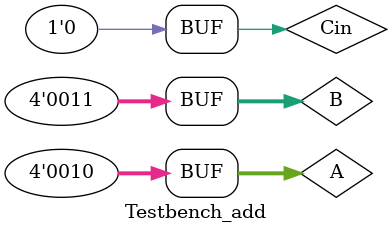
<source format=v>
`timescale 1ns / 1ps


module Testbench_add;

	// Inputs
	reg [3:0] A;
	reg [3:0] B;
	reg Cin;

	// Outputs
	wire Cout;
	wire [3:0] Sum;

	// Instantiate the Unit Under Test (UUT)
	Adder_4bit uut (
		.A(A), 
		.B(B), 
		.Cin(Cin), 
		.Cout(Cout), 
		.Sum(Sum)
	);

	initial begin
		// Initialize Inputs
		A = 2;
		B = 3;
		Cin = 0;

		// Wait 100 ns for global reset to finish
		#100;
        
		// Add stimulus here

	end
      
endmodule


</source>
